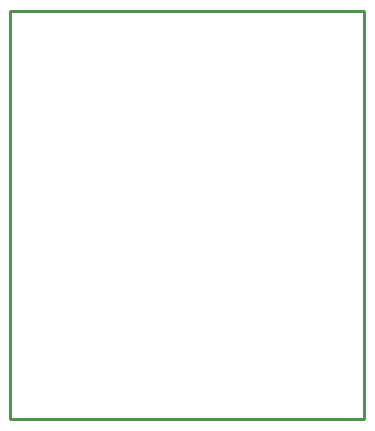
<source format=gko>
G04 ---------------------------- Layer name :KeepOutLayer*
G04 EasyEDA v5.3.14, Mon, 30 Apr 2018 16:42:48 GMT*
G04 Gerber Generator version 0.2*
G04 Scale: 100 percent, Rotated: No, Reflected: No *
G04 Dimensions in inches *
G04 leading zeros omitted , absolute positions ,2 integer and 4 decimal *
%FSLAX24Y24*%
%MOIN*%
G90*
G70D02*

%ADD10C,0.010000*%
G54D10*
G01X0Y13600D02*
G01X11800Y13600D01*
G01X11800Y7000D01*
G01X11800Y0D01*
G01X0Y0D01*
G01X0Y13600D01*

%LPD*%
M00*
M02*

</source>
